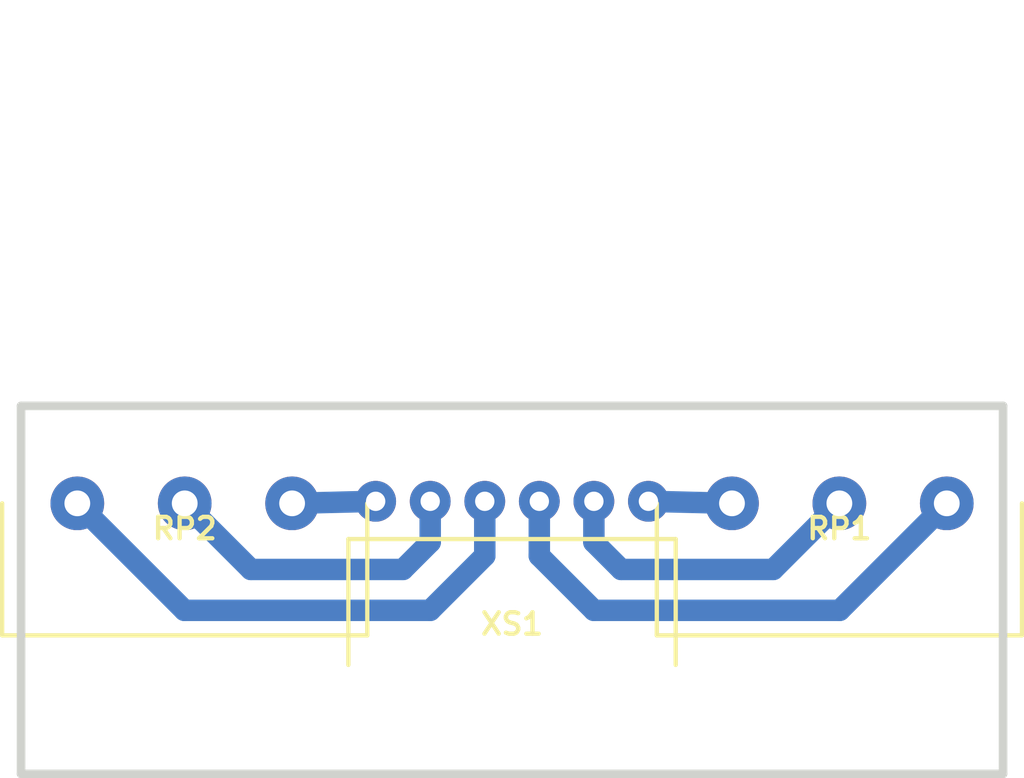
<source format=kicad_pcb>
(kicad_pcb (version 20171130) (host pcbnew 5.1.6-c6e7f7d~87~ubuntu19.10.1)

  (general
    (thickness 1.6)
    (drawings 4)
    (tracks 18)
    (zones 0)
    (modules 3)
    (nets 7)
  )

  (page A4 portrait)
  (title_block
    (title "1590N1 Potentiometer Board 18 2x17")
    (date 2023-01-31)
    (rev 2A)
    (company "Igor Ivanov")
    (comment 1 https://github.com/Adept666)
    (comment 2 "This project is licensed under GNU General Public License v3.0 or later")
    (comment 3 "Диаметр потенциометров: 16 мм, 17 мм")
    (comment 4 "Расстояние от основной платы до корпуса: 18 мм")
  )

  (layers
    (0 F.Cu jumper)
    (31 B.Cu signal)
    (38 B.Mask user)
    (39 F.Mask user)
    (44 Edge.Cuts user)
    (45 Margin user)
    (46 B.CrtYd user)
    (47 F.CrtYd user)
    (49 F.Fab user)
  )

  (setup
    (last_trace_width 1)
    (user_trace_width 0.6)
    (trace_clearance 0)
    (zone_clearance 0.6)
    (zone_45_only no)
    (trace_min 0.2)
    (via_size 1.5)
    (via_drill 0.5)
    (via_min_size 0.4)
    (via_min_drill 0.3)
    (uvia_size 0.3)
    (uvia_drill 0.1)
    (uvias_allowed no)
    (uvia_min_size 0.2)
    (uvia_min_drill 0.1)
    (edge_width 0.4)
    (segment_width 0.2)
    (pcb_text_width 0.3)
    (pcb_text_size 1.5 1.5)
    (mod_edge_width 0.15)
    (mod_text_size 1 1)
    (mod_text_width 0.15)
    (pad_size 1.6 1.8)
    (pad_drill 0)
    (pad_to_mask_clearance 0.1)
    (solder_mask_min_width 0.2)
    (aux_axis_origin 0 0)
    (visible_elements 7FFFFFFF)
    (pcbplotparams
      (layerselection 0x20000_7ffffffe)
      (usegerberextensions false)
      (usegerberattributes false)
      (usegerberadvancedattributes false)
      (creategerberjobfile false)
      (excludeedgelayer false)
      (linewidth 0.100000)
      (plotframeref true)
      (viasonmask false)
      (mode 1)
      (useauxorigin false)
      (hpglpennumber 1)
      (hpglpenspeed 20)
      (hpglpendiameter 15.000000)
      (psnegative false)
      (psa4output false)
      (plotreference false)
      (plotvalue true)
      (plotinvisibletext false)
      (padsonsilk true)
      (subtractmaskfromsilk false)
      (outputformat 4)
      (mirror false)
      (drillshape 0)
      (scaleselection 1)
      (outputdirectory ""))
  )

  (net 0 "")
  (net 1 "Net-(RP1-Pad3)")
  (net 2 "Net-(RP1-Pad1)")
  (net 3 "Net-(RP1-Pad2)")
  (net 4 "Net-(RP2-Pad3)")
  (net 5 "Net-(RP2-Pad1)")
  (net 6 "Net-(RP2-Pad2)")

  (net_class Default "This is the default net class."
    (clearance 0)
    (trace_width 1)
    (via_dia 1.5)
    (via_drill 0.5)
    (uvia_dia 0.3)
    (uvia_drill 0.1)
    (add_net "Net-(RP1-Pad1)")
    (add_net "Net-(RP1-Pad2)")
    (add_net "Net-(RP1-Pad3)")
    (add_net "Net-(RP2-Pad1)")
    (add_net "Net-(RP2-Pad2)")
    (add_net "Net-(RP2-Pad3)")
  )

  (module SBKCL-TH-SL:CON-PBS-06R-CIRCULAR (layer F.Cu) (tedit 63D83BB1) (tstamp 61D02E61)
    (at 105.41 144.78)
    (path /60033671)
    (fp_text reference XS1 (at 0 5.715) (layer F.SilkS)
      (effects (font (size 1 1) (thickness 0.2)))
    )
    (fp_text value PBS-06R (at 0 5.715) (layer F.Fab)
      (effects (font (size 1 1) (thickness 0.2)))
    )
    (fp_line (start 7.62 1.76) (end 7.62 10.16) (layer F.Fab) (width 0.2))
    (fp_line (start -7.62 1.76) (end -7.62 10.16) (layer F.Fab) (width 0.2))
    (fp_line (start -7.62 10.16) (end 7.62 10.16) (layer F.Fab) (width 0.2))
    (fp_line (start -7.62 1.76) (end 7.62 1.76) (layer F.Fab) (width 0.2))
    (fp_line (start -7.62 1.76) (end 7.62 1.76) (layer F.SilkS) (width 0.2))
    (fp_line (start -7.62 1.76) (end -7.62 7.62) (layer F.SilkS) (width 0.2))
    (fp_line (start 7.62 1.76) (end 7.62 7.62) (layer F.SilkS) (width 0.2))
    (fp_line (start -7.62 -0.45) (end 7.62 -0.45) (layer F.CrtYd) (width 0.1))
    (fp_line (start -7.62 10.16) (end 7.62 10.16) (layer F.CrtYd) (width 0.1))
    (fp_line (start -7.62 -0.45) (end -7.62 10.16) (layer F.CrtYd) (width 0.1))
    (fp_line (start 7.62 -0.45) (end 7.62 10.16) (layer F.CrtYd) (width 0.1))
    (pad 6 thru_hole circle (at 6.35 0) (size 1.9 1.9) (drill 0.9) (layers B.Cu B.Mask)
      (net 1 "Net-(RP1-Pad3)"))
    (pad 5 thru_hole circle (at 3.81 0) (size 1.9 1.9) (drill 0.9) (layers B.Cu B.Mask)
      (net 3 "Net-(RP1-Pad2)"))
    (pad 4 thru_hole circle (at 1.27 0) (size 1.9 1.9) (drill 0.9) (layers B.Cu B.Mask)
      (net 2 "Net-(RP1-Pad1)"))
    (pad 1 thru_hole circle (at -6.35 0) (size 1.9 1.9) (drill 0.9) (layers B.Cu B.Mask)
      (net 5 "Net-(RP2-Pad1)"))
    (pad 2 thru_hole circle (at -3.81 0) (size 1.9 1.9) (drill 0.9) (layers B.Cu B.Mask)
      (net 6 "Net-(RP2-Pad2)"))
    (pad 3 thru_hole circle (at -1.27 0) (size 1.9 1.9) (drill 0.9) (layers B.Cu B.Mask)
      (net 4 "Net-(RP2-Pad3)"))
  )

  (module SBKCL-TH-SL:RP-PDB181-K-20-P-CIRCULAR (layer F.Cu) (tedit 61D0A493) (tstamp 63D83CFF)
    (at 90.17 144.875 180)
    (path /5FE7A122)
    (fp_text reference RP2 (at 0 -1.175) (layer F.SilkS)
      (effects (font (size 1 1) (thickness 0.2)))
    )
    (fp_text value "RP2: 16/17" (at 0 -1.175) (layer F.Fab)
      (effects (font (size 1 1) (thickness 0.2)))
    )
    (fp_line (start -8.5 -6.15) (end 8.5 -6.15) (layer F.Fab) (width 0.2))
    (fp_line (start -8.5 3.35) (end 8.5 3.35) (layer F.Fab) (width 0.2))
    (fp_line (start -3 23.35) (end 3 23.35) (layer F.Fab) (width 0.2))
    (fp_line (start -8.5 -6.15) (end -8.5 3.35) (layer F.Fab) (width 0.2))
    (fp_line (start 8.5 -6.15) (end 8.5 3.35) (layer F.Fab) (width 0.2))
    (fp_line (start -3.5 3.35) (end -3.5 9.85) (layer F.Fab) (width 0.2))
    (fp_line (start 3.5 3.35) (end 3.5 9.85) (layer F.Fab) (width 0.2))
    (fp_line (start -3 9.85) (end -3 23.35) (layer F.Fab) (width 0.2))
    (fp_line (start 3 9.85) (end 3 23.35) (layer F.Fab) (width 0.2))
    (fp_line (start -3.5 9.85) (end 3.5 9.85) (layer F.Fab) (width 0.2))
    (fp_line (start -8.5 -6.15) (end 8.5 -6.15) (layer F.SilkS) (width 0.2))
    (fp_line (start -8.5 -6.15) (end -8.5 0) (layer F.SilkS) (width 0.2))
    (fp_line (start 8.5 -6.15) (end 8.5 0) (layer F.SilkS) (width 0.2))
    (fp_line (start -8.5 -6.15) (end 8.5 -6.15) (layer F.CrtYd) (width 0.1))
    (fp_line (start -8.5 23.35) (end 8.5 23.35) (layer F.CrtYd) (width 0.1))
    (fp_line (start -8.5 -6.15) (end -8.5 23.35) (layer F.CrtYd) (width 0.1))
    (fp_line (start 8.5 -6.15) (end 8.5 23.35) (layer F.CrtYd) (width 0.1))
    (fp_line (start -8.5 5.35) (end -7.366 5.35) (layer F.Fab) (width 0.2))
    (fp_line (start -8.5 3.35) (end -8.5 5.35) (layer F.Fab) (width 0.2))
    (fp_line (start -7.3 3.35) (end -7.3 5.35) (layer F.Fab) (width 0.2))
    (pad 3 thru_hole circle (at 5 0 180) (size 2.5 2.5) (drill 1.2) (layers B.Cu B.Mask)
      (net 4 "Net-(RP2-Pad3)"))
    (pad 1 thru_hole circle (at -5 0 180) (size 2.5 2.5) (drill 1.2) (layers B.Cu B.Mask)
      (net 5 "Net-(RP2-Pad1)"))
    (pad 2 thru_hole circle (at 0 0 180) (size 2.5 2.5) (drill 1.2) (layers B.Cu B.Mask)
      (net 6 "Net-(RP2-Pad2)"))
  )

  (module SBKCL-TH-SL:RP-PDB181-K-20-P-CIRCULAR (layer F.Cu) (tedit 61D0A493) (tstamp 63D8407A)
    (at 120.65 144.875 180)
    (path /60859B26)
    (fp_text reference RP1 (at 0 -1.175) (layer F.SilkS)
      (effects (font (size 1 1) (thickness 0.2)))
    )
    (fp_text value "RP1: 16/17" (at 0 -1.175) (layer F.Fab)
      (effects (font (size 1 1) (thickness 0.2)))
    )
    (fp_line (start -8.5 -6.15) (end 8.5 -6.15) (layer F.Fab) (width 0.2))
    (fp_line (start -8.5 3.35) (end 8.5 3.35) (layer F.Fab) (width 0.2))
    (fp_line (start -3 23.35) (end 3 23.35) (layer F.Fab) (width 0.2))
    (fp_line (start -8.5 -6.15) (end -8.5 3.35) (layer F.Fab) (width 0.2))
    (fp_line (start 8.5 -6.15) (end 8.5 3.35) (layer F.Fab) (width 0.2))
    (fp_line (start -3.5 3.35) (end -3.5 9.85) (layer F.Fab) (width 0.2))
    (fp_line (start 3.5 3.35) (end 3.5 9.85) (layer F.Fab) (width 0.2))
    (fp_line (start -3 9.85) (end -3 23.35) (layer F.Fab) (width 0.2))
    (fp_line (start 3 9.85) (end 3 23.35) (layer F.Fab) (width 0.2))
    (fp_line (start -3.5 9.85) (end 3.5 9.85) (layer F.Fab) (width 0.2))
    (fp_line (start -8.5 -6.15) (end 8.5 -6.15) (layer F.SilkS) (width 0.2))
    (fp_line (start -8.5 -6.15) (end -8.5 0) (layer F.SilkS) (width 0.2))
    (fp_line (start 8.5 -6.15) (end 8.5 0) (layer F.SilkS) (width 0.2))
    (fp_line (start -8.5 -6.15) (end 8.5 -6.15) (layer F.CrtYd) (width 0.1))
    (fp_line (start -8.5 23.35) (end 8.5 23.35) (layer F.CrtYd) (width 0.1))
    (fp_line (start -8.5 -6.15) (end -8.5 23.35) (layer F.CrtYd) (width 0.1))
    (fp_line (start 8.5 -6.15) (end 8.5 23.35) (layer F.CrtYd) (width 0.1))
    (fp_line (start -8.5 5.35) (end -7.366 5.35) (layer F.Fab) (width 0.2))
    (fp_line (start -8.5 3.35) (end -8.5 5.35) (layer F.Fab) (width 0.2))
    (fp_line (start -7.3 3.35) (end -7.3 5.35) (layer F.Fab) (width 0.2))
    (pad 3 thru_hole circle (at 5 0 180) (size 2.5 2.5) (drill 1.2) (layers B.Cu B.Mask)
      (net 1 "Net-(RP1-Pad3)"))
    (pad 1 thru_hole circle (at -5 0 180) (size 2.5 2.5) (drill 1.2) (layers B.Cu B.Mask)
      (net 2 "Net-(RP1-Pad1)"))
    (pad 2 thru_hole circle (at 0 0 180) (size 2.5 2.5) (drill 1.2) (layers B.Cu B.Mask)
      (net 3 "Net-(RP1-Pad2)"))
  )

  (gr_line (start 128.27 140.335) (end 128.27 157.48) (layer Edge.Cuts) (width 0.4) (tstamp 5FE6F872))
  (gr_line (start 82.55 140.335) (end 82.55 157.48) (layer Edge.Cuts) (width 0.4) (tstamp 5FE6F872))
  (gr_line (start 82.55 157.48) (end 128.27 157.48) (layer Edge.Cuts) (width 0.4) (tstamp 5FE6FAB1))
  (gr_line (start 82.55 140.335) (end 128.27 140.335) (layer Edge.Cuts) (width 0.4) (tstamp 5FE6F86E))

  (segment (start 111.76 144.78) (end 115.65 144.875) (width 1) (layer B.Cu) (net 1))
  (segment (start 106.68 147.32) (end 106.68 144.78) (width 1) (layer B.Cu) (net 2))
  (segment (start 109.22 149.86) (end 106.68 147.32) (width 1) (layer B.Cu) (net 2))
  (segment (start 120.665 149.86) (end 109.22 149.86) (width 1) (layer B.Cu) (net 2))
  (segment (start 125.65 144.875) (end 120.665 149.86) (width 1) (layer B.Cu) (net 2))
  (segment (start 109.22 146.685) (end 109.22 144.78) (width 1) (layer B.Cu) (net 3))
  (segment (start 110.49 147.955) (end 109.22 146.685) (width 1) (layer B.Cu) (net 3))
  (segment (start 117.57 147.955) (end 110.49 147.955) (width 1) (layer B.Cu) (net 3))
  (segment (start 120.65 144.875) (end 117.57 147.955) (width 1) (layer B.Cu) (net 3))
  (segment (start 104.14 147.32) (end 104.14 144.78) (width 1) (layer B.Cu) (net 4))
  (segment (start 101.6 149.86) (end 104.14 147.32) (width 1) (layer B.Cu) (net 4))
  (segment (start 90.155 149.86) (end 101.6 149.86) (width 1) (layer B.Cu) (net 4))
  (segment (start 85.17 144.875) (end 90.155 149.86) (width 1) (layer B.Cu) (net 4))
  (segment (start 95.17 144.875) (end 99.06 144.78) (width 1) (layer B.Cu) (net 5))
  (segment (start 101.6 146.685) (end 101.6 144.78) (width 1) (layer B.Cu) (net 6))
  (segment (start 100.33 147.955) (end 101.6 146.685) (width 1) (layer B.Cu) (net 6))
  (segment (start 93.25 147.955) (end 100.33 147.955) (width 1) (layer B.Cu) (net 6))
  (segment (start 90.17 144.875) (end 93.25 147.955) (width 1) (layer B.Cu) (net 6))

)

</source>
